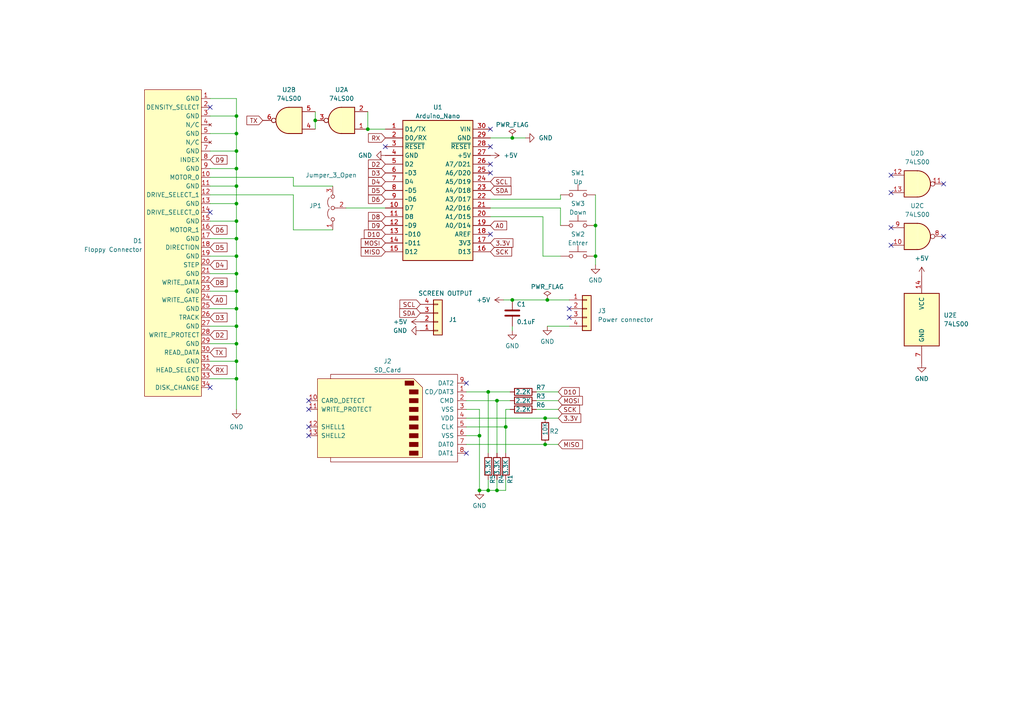
<source format=kicad_sch>
(kicad_sch (version 20230121) (generator eeschema)
  (paper "A4")
  (title_block (title "Delta-S Floppy Emu") (date "2024-08-09") (company "https://t.me/zx_delta_s"))
  (lib_symbols
    (symbol "floppy_symbols:+5V" (power) (pin_names (offset 0))
      (property "Value" "+5V" (at 0 3.556 0))
      (symbol "+5V_0_1"
        (polyline (pts (xy -0.762 1.27) (xy 0 2.54)))
        (polyline (pts (xy 0 0) (xy 0 2.54)))
        (polyline (pts (xy 0 2.54) (xy 0.762 1.27)))
      )
      (symbol "+5V_1_1"
        (pin power_in line (at 0 0 90) (length 0) hide (name "+5V") (number "1"))
      )
    )
    (symbol "floppy_symbols:34_pin_floppy_convertor"
      (property "Reference" "D3" (at 8.255 0.635 0))
      (property "Value" "Floppy Connector" (at -0.635 47.625 0))
      (symbol "34_pin_floppy_convertor_0_0"
        (pin power_in line (at -11.43 43.18 0) (length 2.54) (name "GND") (number "1"))
        (pin output line (at -11.43 20.32 0) (length 2.54) (name "MOTOR_0") (number "10"))
        (pin power_in line (at -11.43 17.78 0) (length 2.54) (name "GND") (number "11"))
        (pin output line (at -11.43 15.24 0) (length 2.54) (name "DRIVE_SELECT_1") (number "12"))
        (pin power_in line (at -11.43 12.7 0) (length 2.54) (name "GND") (number "13"))
        (pin output line (at -11.43 10.16 0) (length 2.54) (name "DRIVE_SELECT_0") (number "14"))
        (pin power_in line (at -11.43 7.62 0) (length 2.54) (name "GND") (number "15"))
        (pin output line (at -11.43 5.08 0) (length 2.54) (name "MOTOR_1") (number "16"))
        (pin power_in line (at -11.43 2.54 0) (length 2.54) (name "GND") (number "17"))
        (pin output line (at -11.43 0 0) (length 2.54) (name "DIRECTION") (number "18"))
        (pin power_in line (at -11.43 -2.54 0) (length 2.54) (name "GND") (number "19"))
        (pin output line (at -11.43 40.64 0) (length 2.54) (name "DENSITY_SELECT") (number "2"))
        (pin output line (at -11.43 -5.08 0) (length 2.54) (name "STEP") (number "20"))
        (pin power_in line (at -11.43 -7.62 0) (length 2.54) (name "GND") (number "21"))
        (pin output line (at -11.43 -10.16 0) (length 2.54) (name "WRITE_DATA") (number "22"))
        (pin power_in line (at -11.43 -12.7 0) (length 2.54) (name "GND") (number "23"))
        (pin output line (at -11.43 -15.24 0) (length 2.54) (name "WRITE_GATE") (number "24"))
        (pin power_in line (at -11.43 -17.78 0) (length 2.54) (name "GND") (number "25"))
        (pin input line (at -11.43 -20.32 0) (length 2.54) (name "TRACK") (number "26"))
        (pin power_in line (at -11.43 -22.86 0) (length 2.54) (name "GND") (number "27"))
        (pin input line (at -11.43 -25.4 0) (length 2.54) (name "WRITE_PROTECT") (number "28"))
        (pin power_in line (at -11.43 -27.94 0) (length 2.54) (name "GND") (number "29"))
        (pin power_in line (at -11.43 38.1 0) (length 2.54) (name "GND") (number "3"))
        (pin input line (at -11.43 -30.48 0) (length 2.54) (name "READ_DATA") (number "30"))
        (pin power_in line (at -11.43 -33.02 0) (length 2.54) (name "GND") (number "31"))
        (pin output line (at -11.43 -35.56 0) (length 2.54) (name "HEAD_SELECT") (number "32"))
        (pin power_in line (at -11.43 -38.1 0) (length 2.54) (name "GND") (number "33"))
        (pin input line (at -11.43 -40.64 0) (length 2.54) (name "DISK_CHANGE") (number "34"))
        (pin no_connect line (at -11.43 35.56 0) (length 2.54) (name "N/C") (number "4"))
        (pin power_in line (at -11.43 33.02 0) (length 2.54) (name "GND") (number "5"))
        (pin no_connect line (at -11.43 30.48 0) (length 2.54) (name "N/C") (number "6"))
        (pin power_in line (at -11.43 27.94 0) (length 2.54) (name "GND") (number "7"))
        (pin input line (at -11.43 25.4 0) (length 2.54) (name "INDEX") (number "8"))
        (pin power_in line (at -11.43 22.86 0) (length 2.54) (name "GND") (number "9"))
      )
      (symbol "34_pin_floppy_convertor_1_1"
        (rectangle (start -8.89 45.72) (end 7.62 -43.18) (fill (type background)))
      )
    )
    (symbol "floppy_symbols:7400" (pin_names (offset 1.016))
      (property "Reference" "U" (at 0 1.27 0))
      (property "Value" "7400" (at 0 -1.27 0))
      (symbol "7400_1_1"
        (arc (start 0 -3.81) (mid 3.7934 0) (end 0 3.81) (stroke (width 0.254)) (fill (type background)))
        (polyline (pts (xy 0 3.81) (xy -3.81 3.81) (xy -3.81 -3.81) (xy 0 -3.81)) (stroke (width 0.254)) (fill (type background)))
        (pin input line (at -7.62 2.54 0) (length 3.81) (name "~") (number "1"))
        (pin input line (at -7.62 -2.54 0) (length 3.81) (name "~") (number "2"))
        (pin output inverted (at 7.62 0 180) (length 3.81) (name "~") (number "3"))
      )
      (symbol "7400_1_2"
        (arc (start -3.81 -3.81) (mid -2.589 0) (end -3.81 3.81) (stroke (width 0.254)))
        (arc (start -0.6096 -3.81) (mid 2.1842 -2.5851) (end 3.81 0) (stroke (width 0.254)) (fill (type background)))
        (polyline (pts (xy -3.81 -3.81) (xy -0.635 -3.81)) (stroke (width 0.254)) (fill (type background)))
        (polyline (pts (xy -3.81 3.81) (xy -0.635 3.81)) (stroke (width 0.254)) (fill (type background)))
        (polyline (pts (xy -0.635 3.81) (xy -3.81 3.81) (xy -3.81 3.81) (xy -3.556 3.4036) (xy -3.0226 2.2606) (xy -2.6924 1.0414) (xy -2.6162 -0.254) (xy -2.7686 -1.4986) (xy -3.175 -2.7178) (xy -3.81 -3.81) (xy -3.81 -3.81) (xy -0.635 -3.81)) (stroke (width -25.4)) (fill (type background)))
        (arc (start 3.81 0) (mid 2.1915 2.5936) (end -0.6096 3.81) (stroke (width 0.254)) (fill (type background)))
        (pin input inverted (at -7.62 2.54 0) (length 4.318) (name "~") (number "1"))
        (pin input inverted (at -7.62 -2.54 0) (length 4.318) (name "~") (number "2"))
        (pin output line (at 7.62 0 180) (length 3.81) (name "~") (number "3"))
      )
      (symbol "7400_2_1"
        (arc (start 0 -3.81) (mid 3.7934 0) (end 0 3.81) (stroke (width 0.254)) (fill (type background)))
        (polyline (pts (xy 0 3.81) (xy -3.81 3.81) (xy -3.81 -3.81) (xy 0 -3.81)) (stroke (width 0.254)) (fill (type background)))
        (pin input line (at -7.62 2.54 0) (length 3.81) (name "~") (number "4"))
        (pin input line (at -7.62 -2.54 0) (length 3.81) (name "~") (number "5"))
        (pin output inverted (at 7.62 0 180) (length 3.81) (name "~") (number "6"))
      )
      (symbol "7400_2_2"
        (arc (start -3.81 -3.81) (mid -2.589 0) (end -3.81 3.81) (stroke (width 0.254)))
        (arc (start -0.6096 -3.81) (mid 2.1842 -2.5851) (end 3.81 0) (stroke (width 0.254)) (fill (type background)))
        (polyline (pts (xy -3.81 -3.81) (xy -0.635 -3.81)) (stroke (width 0.254)) (fill (type background)))
        (polyline (pts (xy -3.81 3.81) (xy -0.635 3.81)) (stroke (width 0.254)) (fill (type background)))
        (polyline (pts (xy -0.635 3.81) (xy -3.81 3.81) (xy -3.81 3.81) (xy -3.556 3.4036) (xy -3.0226 2.2606) (xy -2.6924 1.0414) (xy -2.6162 -0.254) (xy -2.7686 -1.4986) (xy -3.175 -2.7178) (xy -3.81 -3.81) (xy -3.81 -3.81) (xy -0.635 -3.81)) (stroke (width -25.4)) (fill (type background)))
        (arc (start 3.81 0) (mid 2.1915 2.5936) (end -0.6096 3.81) (stroke (width 0.254)) (fill (type background)))
        (pin input inverted (at -7.62 2.54 0) (length 4.318) (name "~") (number "4"))
        (pin input inverted (at -7.62 -2.54 0) (length 4.318) (name "~") (number "5"))
        (pin output line (at 7.62 0 180) (length 3.81) (name "~") (number "6"))
      )
      (symbol "7400_3_1"
        (arc (start 0 -3.81) (mid 3.7934 0) (end 0 3.81) (stroke (width 0.254)) (fill (type background)))
        (polyline (pts (xy 0 3.81) (xy -3.81 3.81) (xy -3.81 -3.81) (xy 0 -3.81)) (stroke (width 0.254)) (fill (type background)))
        (pin input line (at -7.62 -2.54 0) (length 3.81) (name "~") (number "10"))
        (pin output inverted (at 7.62 0 180) (length 3.81) (name "~") (number "8"))
        (pin input line (at -7.62 2.54 0) (length 3.81) (name "~") (number "9"))
      )
      (symbol "7400_3_2"
        (arc (start -3.81 -3.81) (mid -2.589 0) (end -3.81 3.81) (stroke (width 0.254)))
        (arc (start -0.6096 -3.81) (mid 2.1842 -2.5851) (end 3.81 0) (stroke (width 0.254)) (fill (type background)))
        (polyline (pts (xy -3.81 -3.81) (xy -0.635 -3.81)) (stroke (width 0.254)) (fill (type background)))
        (polyline (pts (xy -3.81 3.81) (xy -0.635 3.81)) (stroke (width 0.254)) (fill (type background)))
        (polyline (pts (xy -0.635 3.81) (xy -3.81 3.81) (xy -3.81 3.81) (xy -3.556 3.4036) (xy -3.0226 2.2606) (xy -2.6924 1.0414) (xy -2.6162 -0.254) (xy -2.7686 -1.4986) (xy -3.175 -2.7178) (xy -3.81 -3.81) (xy -3.81 -3.81) (xy -0.635 -3.81)) (stroke (width -25.4)) (fill (type background)))
        (arc (start 3.81 0) (mid 2.1915 2.5936) (end -0.6096 3.81) (stroke (width 0.254)) (fill (type background)))
        (pin input inverted (at -7.62 -2.54 0) (length 4.318) (name "~") (number "10"))
        (pin output line (at 7.62 0 180) (length 3.81) (name "~") (number "8"))
        (pin input inverted (at -7.62 2.54 0) (length 4.318) (name "~") (number "9"))
      )
      (symbol "7400_4_1"
        (arc (start 0 -3.81) (mid 3.7934 0) (end 0 3.81) (stroke (width 0.254)) (fill (type background)))
        (polyline (pts (xy 0 3.81) (xy -3.81 3.81) (xy -3.81 -3.81) (xy 0 -3.81)) (stroke (width 0.254)) (fill (type background)))
        (pin output inverted (at 7.62 0 180) (length 3.81) (name "~") (number "11"))
        (pin input line (at -7.62 2.54 0) (length 3.81) (name "~") (number "12"))
        (pin input line (at -7.62 -2.54 0) (length 3.81) (name "~") (number "13"))
      )
      (symbol "7400_4_2"
        (arc (start -3.81 -3.81) (mid -2.589 0) (end -3.81 3.81) (stroke (width 0.254)))
        (arc (start -0.6096 -3.81) (mid 2.1842 -2.5851) (end 3.81 0) (stroke (width 0.254)) (fill (type background)))
        (polyline (pts (xy -3.81 -3.81) (xy -0.635 -3.81)) (stroke (width 0.254)) (fill (type background)))
        (polyline (pts (xy -3.81 3.81) (xy -0.635 3.81)) (stroke (width 0.254)) (fill (type background)))
        (polyline (pts (xy -0.635 3.81) (xy -3.81 3.81) (xy -3.81 3.81) (xy -3.556 3.4036) (xy -3.0226 2.2606) (xy -2.6924 1.0414) (xy -2.6162 -0.254) (xy -2.7686 -1.4986) (xy -3.175 -2.7178) (xy -3.81 -3.81) (xy -3.81 -3.81) (xy -0.635 -3.81)) (stroke (width -25.4)) (fill (type background)))
        (arc (start 3.81 0) (mid 2.1915 2.5936) (end -0.6096 3.81) (stroke (width 0.254)) (fill (type background)))
        (pin output line (at 7.62 0 180) (length 3.81) (name "~") (number "11"))
        (pin input inverted (at -7.62 2.54 0) (length 4.318) (name "~") (number "12"))
        (pin input inverted (at -7.62 -2.54 0) (length 4.318) (name "~") (number "13"))
      )
      (symbol "7400_5_0"
        (pin power_in line (at 0 12.7 270) (length 5.08) (name "VCC") (number "14"))
        (pin power_in line (at 0 -12.7 90) (length 5.08) (name "GND") (number "7"))
      )
      (symbol "7400_5_1"
        (rectangle (start -5.08 7.62) (end 5.08 -7.62) (stroke (width 0.254)) (fill (type background)))
      )
    )
    (symbol "floppy_symbols:Arduino_Nano"
      (property "Reference" "U1" (at 0 25.4 0))
      (property "Value" "Arduino_Nano" (at 0 22.86 0))
      (symbol "Arduino_Nano_0_1"
        (rectangle (start -10.16 20.32) (end 10.16 -20.32) (stroke (width 0.254)) (fill (type background)))
      )
      (symbol "Arduino_Nano_1_1"
        (pin bidirectional line (at -15.24 17.78 0) (length 5.08) (name "D1/TX") (number "1"))
        (pin bidirectional line (at -15.24 -5.08 0) (length 5.08) (name "D7") (number "10"))
        (pin bidirectional line (at -15.24 -7.62 0) (length 5.08) (name "D8") (number "11"))
        (pin bidirectional line (at -15.24 -10.16 0) (length 5.08) (name "~D9") (number "12"))
        (pin bidirectional line (at -15.24 -12.7 0) (length 5.08) (name "~D10") (number "13"))
        (pin bidirectional line (at -15.24 -15.24 0) (length 5.08) (name "~D11") (number "14"))
        (pin bidirectional line (at -15.24 -17.78 0) (length 5.08) (name "D12") (number "15"))
        (pin bidirectional line (at 15.24 -17.78 180) (length 5.08) (name "D13") (number "16"))
        (pin power_out line (at 15.24 -15.24 180) (length 5.08) (name "3V3") (number "17"))
        (pin input line (at 15.24 -12.7 180) (length 5.08) (name "AREF") (number "18"))
        (pin bidirectional line (at 15.24 -10.16 180) (length 5.08) (name "A0/D14") (number "19"))
        (pin bidirectional line (at -15.24 15.24 0) (length 5.08) (name "D0/RX") (number "2"))
        (pin bidirectional line (at 15.24 -7.62 180) (length 5.08) (name "A1/D15") (number "20"))
        (pin bidirectional line (at 15.24 -5.08 180) (length 5.08) (name "A2/D16") (number "21"))
        (pin bidirectional line (at 15.24 -2.54 180) (length 5.08) (name "A3/D17") (number "22"))
        (pin bidirectional line (at 15.24 0 180) (length 5.08) (name "A4/D18") (number "23"))
        (pin bidirectional line (at 15.24 2.54 180) (length 5.08) (name "A5/D19") (number "24"))
        (pin bidirectional line (at 15.24 5.08 180) (length 5.08) (name "A6/D20") (number "25"))
        (pin bidirectional line (at 15.24 7.62 180) (length 5.08) (name "A7/D21") (number "26"))
        (pin power_in line (at 15.24 10.16 180) (length 5.08) (name "+5V") (number "27"))
        (pin input line (at 15.24 12.7 180) (length 5.08) (name "~{RESET}") (number "28"))
        (pin power_in line (at 15.24 15.24 180) (length 5.08) (name "GND") (number "29"))
        (pin input line (at -15.24 12.7 0) (length 5.08) (name "~{RESET}") (number "3"))
        (pin power_in line (at 15.24 17.78 180) (length 5.08) (name "VIN") (number "30"))
        (pin power_in line (at -15.24 10.16 0) (length 5.08) (name "GND") (number "4"))
        (pin bidirectional line (at -15.24 7.62 0) (length 5.08) (name "D2") (number "5"))
        (pin bidirectional line (at -15.24 5.08 0) (length 5.08) (name "~D3") (number "6"))
        (pin bidirectional line (at -15.24 2.54 0) (length 5.08) (name "D4") (number "7"))
        (pin bidirectional line (at -15.24 0 0) (length 5.08) (name "~D5") (number "8"))
        (pin bidirectional line (at -15.24 -2.54 0) (length 5.08) (name "~D6") (number "9"))
      )
    )
    (symbol "floppy_symbols:C" (pin_numbers hide) (pin_names (offset 0.254))
      (property "Reference" "C" (at 0.635 2.54 0))
      (property "Value" "C" (at 0.635 -2.54 0))
      (symbol "C_0_1"
        (polyline (pts (xy -2.032 -0.762) (xy 2.032 -0.762)) (stroke (width 0.508)))
        (polyline (pts (xy -2.032 0.762) (xy 2.032 0.762)) (stroke (width 0.508)))
      )
      (symbol "C_1_1"
        (pin passive line (at 0 3.81 270) (length 2.794) (name "~") (number "1"))
        (pin passive line (at 0 -3.81 90) (length 2.794) (name "~") (number "2"))
      )
    )
    (symbol "floppy_symbols:Conn_01x04" (pin_names (offset 1.016) hide)
      (property "Reference" "J10" (at 2.032 -0.2032 0))
      (property "Value" "SCREEN" (at 2.032 -2.5146 0))
      (symbol "Conn_01x04_1_1"
        (rectangle (start -1.27 -4.953) (end 0 -5.207) (stroke (width 0.1524)))
        (rectangle (start -1.27 -2.413) (end 0 -2.667) (stroke (width 0.1524)))
        (rectangle (start -1.27 0.127) (end 0 -0.127) (stroke (width 0.1524)))
        (rectangle (start -1.27 2.667) (end 0 2.413) (stroke (width 0.1524)))
        (rectangle (start -1.27 3.81) (end 1.27 -6.35) (stroke (width 0.254)) (fill (type background)))
        (pin passive line (at -5.08 2.54 0) (length 3.81) (name "Pin_1") (number "1"))
        (pin passive line (at -5.08 0 0) (length 3.81) (name "Pin_2") (number "2"))
        (pin passive line (at -5.08 -2.54 0) (length 3.81) (name "Pin_3") (number "3"))
        (pin passive line (at -5.08 -5.08 0) (length 3.81) (name "Pin_4") (number "4"))
      )
    )
    (symbol "floppy_symbols:GND" (power) (pin_names (offset 0))
      (property "Value" "GND" (at 0 -3.81 0))
      (symbol "GND_0_1"
        (polyline (pts (xy 0 0) (xy 0 -1.27) (xy 1.27 -1.27) (xy 0 -2.54) (xy -1.27 -1.27) (xy 0 -1.27)))
      )
      (symbol "GND_1_1"
        (pin power_in line (at 0 0 270) (length 0) hide (name "GND") (number "1"))
      )
    )
    (symbol "floppy_symbols:Jumper_3_Open" (pin_names (offset 0) hide)
      (property "Reference" "JP" (at -2.54 -2.54 0))
      (property "Value" "Jumper_3_Open" (at 0 2.794 0))
      (symbol "Jumper_3_Open_0_0"
        (circle (center -3.302 0) (radius 0.508))
        (circle (center 0 0) (radius 0.508))
        (circle (center 3.302 0) (radius 0.508))
      )
      (symbol "Jumper_3_Open_0_1"
        (arc (start -0.254 1.016) (mid -1.651 1.4992) (end -3.048 1.016))
        (polyline (pts (xy 0 -0.508) (xy 0 -1.27)))
        (arc (start 3.048 1.016) (mid 1.651 1.4992) (end 0.254 1.016))
      )
      (symbol "Jumper_3_Open_1_1"
        (pin passive line (at -6.35 0 0) (length 2.54) (name "A") (number "1"))
        (pin passive line (at 0 -3.81 90) (length 2.54) (name "C") (number "2"))
        (pin passive line (at 6.35 0 180) (length 2.54) (name "B") (number "3"))
      )
    )
    (symbol "floppy_symbols:PWR_FLAG" (power) (pin_numbers hide) (pin_names (offset 0) hide)
      (property "Value" "PWR_FLAG" (at 0 3.81 0))
      (symbol "PWR_FLAG_0_0"
        (pin power_out line (at 0 0 90) (length 0) (name "pwr") (number "1"))
      )
      (symbol "PWR_FLAG_0_1"
        (polyline (pts (xy 0 0) (xy 0 1.27) (xy -1.016 1.905) (xy 0 2.54) (xy 1.016 1.905) (xy 0 1.27)))
      )
    )
    (symbol "floppy_symbols:R" (pin_numbers hide) (pin_names (offset 0))
      (property "Reference" "R" (at 2.032 0 90))
      (property "Value" "R" (at 0 0 90))
      (symbol "R_0_1"
        (rectangle (start -1.016 -2.54) (end 1.016 2.54) (stroke (width 0.254)))
      )
      (symbol "R_1_1"
        (pin passive line (at 0 3.81 270) (length 1.27) (name "~") (number "1"))
        (pin passive line (at 0 -3.81 90) (length 1.27) (name "~") (number "2"))
      )
    )
    (symbol "floppy_symbols:SD_Card" (pin_names (offset 1.016))
      (property "Reference" "J" (at -16.51 13.97 0))
      (property "Value" "SD_Card" (at 15.24 -13.97 0))
      (symbol "SD_Card_0_1"
        (rectangle (start -8.89 -9.525) (end -6.35 -10.795) (fill (type outline)))
        (rectangle (start -8.89 -6.985) (end -6.35 -8.255) (fill (type outline)))
        (rectangle (start -8.89 -4.445) (end -6.35 -5.715) (fill (type outline)))
        (rectangle (start -8.89 -1.905) (end -6.35 -3.175) (fill (type outline)))
        (rectangle (start -8.89 0.635) (end -6.35 -0.635) (fill (type outline)))
        (rectangle (start -8.89 3.175) (end -6.35 1.905) (fill (type outline)))
        (rectangle (start -8.89 5.715) (end -6.35 4.445) (fill (type outline)))
        (rectangle (start -8.89 8.255) (end -6.35 6.985) (fill (type outline)))
        (rectangle (start -7.62 10.795) (end -5.08 9.525) (fill (type outline)))
        (polyline (pts (xy -10.16 8.89) (xy -7.62 11.43) (xy 20.32 11.43) (xy 20.32 -11.43) (xy -10.16 -11.43) (xy -10.16 8.89)) (fill (type background)))
        (polyline (pts (xy 16.51 11.43) (xy 16.51 12.7) (xy -20.32 12.7) (xy -20.32 -12.7) (xy 16.51 -12.7) (xy 16.51 -11.43)))
      )
      (symbol "SD_Card_1_1"
        (pin input line (at -22.86 7.62 0) (length 2.54) (name "CD/DAT3") (number "1"))
        (pin input line (at 22.86 5.08 180) (length 2.54) (name "CARD_DETECT") (number "10"))
        (pin input line (at 22.86 2.54 180) (length 2.54) (name "WRITE_PROTECT") (number "11"))
        (pin input line (at 22.86 -2.54 180) (length 2.54) (name "SHELL1") (number "12"))
        (pin input line (at 22.86 -5.08 180) (length 2.54) (name "SHELL2") (number "13"))
        (pin input line (at -22.86 5.08 0) (length 2.54) (name "CMD") (number "2"))
        (pin power_in line (at -22.86 2.54 0) (length 2.54) (name "VSS") (number "3"))
        (pin power_in line (at -22.86 0 0) (length 2.54) (name "VDD") (number "4"))
        (pin input line (at -22.86 -2.54 0) (length 2.54) (name "CLK") (number "5"))
        (pin power_in line (at -22.86 -5.08 0) (length 2.54) (name "VSS") (number "6"))
        (pin input line (at -22.86 -7.62 0) (length 2.54) (name "DAT0") (number "7"))
        (pin input line (at -22.86 -10.16 0) (length 2.54) (name "DAT1") (number "8"))
        (pin input line (at -22.86 10.16 0) (length 2.54) (name "DAT2") (number "9"))
      )
    )
    (symbol "floppy_symbols:SW_Push" (pin_numbers hide) (pin_names (offset 1.016) hide)
      (property "Reference" "SW" (at 1.27 2.54 0))
      (property "Value" "SW_Push" (at 0 -1.524 0))
      (symbol "SW_Push_0_1"
        (circle (center -2.032 0) (radius 0.508))
        (polyline (pts (xy 0 1.27) (xy 0 3.048)))
        (polyline (pts (xy 2.54 1.27) (xy -2.54 1.27)))
        (circle (center 2.032 0) (radius 0.508))
        (pin passive line (at -5.08 0 0) (length 2.54) (name "1") (number "1"))
        (pin passive line (at 5.08 0 180) (length 2.54) (name "2") (number "2"))
      )
    )
  )
  (junction (at 68.58 43.815))
  (junction (at 141.605 113.665))
  (junction (at 68.58 33.655))
  (junction (at 172.72 74.295))
  (junction (at 68.58 64.135))
  (junction (at 148.59 40.005))
  (junction (at 144.145 116.205))
  (junction (at 158.75 86.995))
  (junction (at 139.065 126.365))
  (junction (at 148.59 86.995))
  (junction (at 68.58 99.695))
  (junction (at 68.58 109.855))
  (junction (at 68.58 74.295))
  (junction (at 68.58 79.375))
  (junction (at 68.58 69.215))
  (junction (at 106.68 37.465))
  (junction (at 158.115 121.285))
  (junction (at 141.605 142.24))
  (junction (at 139.065 142.24))
  (junction (at 68.58 59.055))
  (junction (at 68.58 84.455))
  (junction (at 68.58 38.735))
  (junction (at 68.58 104.775))
  (junction (at 91.44 34.925))
  (junction (at 68.58 94.615))
  (junction (at 144.145 142.24))
  (junction (at 158.115 128.905))
  (junction (at 146.685 123.825))
  (junction (at 68.58 89.535))
  (junction (at 172.72 65.405))
  (junction (at 68.58 53.975))
  (junction (at 68.58 48.895))
  (no_connect (at 273.685 68.58))
  (no_connect (at 89.535 123.825))
  (no_connect (at 135.255 111.125))
  (no_connect (at 165.1 92.075))
  (no_connect (at 89.535 118.745))
  (no_connect (at 258.445 71.12))
  (no_connect (at 258.445 66.04))
  (no_connect (at 258.445 50.8))
  (no_connect (at 89.535 126.365))
  (no_connect (at 165.1 89.535))
  (no_connect (at 60.96 31.115))
  (no_connect (at 258.445 55.88))
  (no_connect (at 135.255 131.445))
  (no_connect (at 142.24 67.945))
  (no_connect (at 60.96 112.395))
  (no_connect (at 273.685 53.34))
  (no_connect (at 142.24 42.545))
  (no_connect (at 89.535 116.205))
  (no_connect (at 111.76 42.545))
  (no_connect (at 60.96 61.595))
  (no_connect (at 142.24 37.465))
  (no_connect (at 142.24 50.165))
  (no_connect (at 142.24 47.625))
  (wire (pts (xy 106.68 37.465) (xy 111.76 37.465)))
  (wire (pts (xy 135.255 118.745) (xy 139.065 118.745)))
  (wire (pts (xy 68.58 64.135) (xy 68.58 69.215)))
  (wire (pts (xy 146.685 142.24) (xy 146.685 139.065)))
  (wire (pts (xy 68.58 99.695) (xy 68.58 104.775)))
  (wire (pts (xy 60.96 53.975) (xy 68.58 53.975)))
  (wire (pts (xy 144.145 142.24) (xy 144.145 139.065)))
  (wire (pts (xy 68.58 79.375) (xy 68.58 84.455)))
  (wire (pts (xy 100.33 60.325) (xy 111.76 60.325)))
  (wire (pts (xy 60.96 94.615) (xy 68.58 94.615)))
  (wire (pts (xy 68.58 104.775) (xy 68.58 109.855)))
  (wire (pts (xy 91.44 32.385) (xy 91.44 34.925)))
  (wire (pts (xy 68.58 94.615) (xy 68.58 99.695)))
  (wire (pts (xy 60.96 109.855) (xy 68.58 109.855)))
  (wire (pts (xy 139.065 126.365) (xy 139.065 142.24)))
  (wire (pts (xy 172.72 65.405) (xy 172.72 74.295)))
  (wire (pts (xy 157.48 74.295) (xy 162.56 74.295)))
  (wire (pts (xy 157.48 62.865) (xy 157.48 74.295)))
  (wire (pts (xy 141.605 142.24) (xy 141.605 139.065)))
  (wire (pts (xy 148.59 86.995) (xy 158.75 86.995)))
  (wire (pts (xy 144.145 116.205) (xy 144.145 131.445)))
  (wire (pts (xy 68.58 69.215) (xy 68.58 74.295)))
  (wire (pts (xy 135.255 121.285) (xy 158.115 121.285)))
  (wire (pts (xy 60.96 38.735) (xy 68.58 38.735)))
  (wire (pts (xy 60.96 48.895) (xy 68.58 48.895)))
  (wire (pts (xy 60.96 64.135) (xy 68.58 64.135)))
  (wire (pts (xy 106.68 32.385) (xy 106.68 37.465)))
  (wire (pts (xy 141.605 142.24) (xy 144.145 142.24)))
  (wire (pts (xy 60.96 43.815) (xy 68.58 43.815)))
  (wire (pts (xy 85.09 53.975) (xy 85.09 51.435)))
  (wire (pts (xy 172.72 74.295) (xy 172.72 76.835)))
  (wire (pts (xy 68.58 59.055) (xy 68.58 64.135)))
  (wire (pts (xy 148.59 40.005) (xy 142.24 40.005)))
  (wire (pts (xy 142.24 62.865) (xy 157.48 62.865)))
  (wire (pts (xy 85.09 66.675) (xy 96.52 66.675)))
  (wire (pts (xy 85.09 51.435) (xy 60.96 51.435)))
  (wire (pts (xy 142.24 60.325) (xy 162.56 60.325)))
  (wire (pts (xy 68.58 53.975) (xy 68.58 59.055)))
  (wire (pts (xy 158.75 94.615) (xy 165.1 94.615)))
  (wire (pts (xy 68.58 33.655) (xy 68.58 38.735)))
  (wire (pts (xy 91.44 34.925) (xy 91.44 37.465)))
  (wire (pts (xy 135.255 116.205) (xy 144.145 116.205)))
  (wire (pts (xy 68.58 74.295) (xy 68.58 79.375)))
  (wire (pts (xy 161.925 116.205) (xy 155.575 116.205)))
  (wire (pts (xy 158.115 128.905) (xy 161.925 128.905)))
  (wire (pts (xy 139.065 142.24) (xy 141.605 142.24)))
  (wire (pts (xy 172.72 56.515) (xy 172.72 65.405)))
  (wire (pts (xy 135.255 128.905) (xy 158.115 128.905)))
  (wire (pts (xy 158.75 86.995) (xy 165.1 86.995)))
  (wire (pts (xy 60.96 33.655) (xy 68.58 33.655)))
  (wire (pts (xy 146.05 86.995) (xy 148.59 86.995)))
  (wire (pts (xy 147.955 118.745) (xy 146.685 118.745)))
  (wire (pts (xy 146.685 118.745) (xy 146.685 123.825)))
  (wire (pts (xy 85.09 56.515) (xy 85.09 66.675)))
  (wire (pts (xy 60.96 99.695) (xy 68.58 99.695)))
  (wire (pts (xy 141.605 113.665) (xy 147.955 113.665)))
  (wire (pts (xy 142.24 57.785) (xy 162.56 57.785)))
  (wire (pts (xy 68.58 89.535) (xy 68.58 94.615)))
  (wire (pts (xy 135.255 126.365) (xy 139.065 126.365)))
  (wire (pts (xy 60.96 59.055) (xy 68.58 59.055)))
  (wire (pts (xy 60.96 89.535) (xy 68.58 89.535)))
  (wire (pts (xy 60.96 104.775) (xy 68.58 104.775)))
  (wire (pts (xy 60.96 84.455) (xy 68.58 84.455)))
  (wire (pts (xy 135.255 113.665) (xy 141.605 113.665)))
  (wire (pts (xy 68.58 109.855) (xy 68.58 118.745)))
  (wire (pts (xy 60.96 79.375) (xy 68.58 79.375)))
  (wire (pts (xy 161.925 118.745) (xy 155.575 118.745)))
  (wire (pts (xy 158.115 121.285) (xy 161.925 121.285)))
  (wire (pts (xy 146.685 123.825) (xy 146.685 131.445)))
  (wire (pts (xy 162.56 60.325) (xy 162.56 65.405)))
  (wire (pts (xy 152.4 40.005) (xy 148.59 40.005)))
  (wire (pts (xy 96.52 53.975) (xy 85.09 53.975)))
  (wire (pts (xy 60.96 69.215) (xy 68.58 69.215)))
  (wire (pts (xy 68.58 38.735) (xy 68.58 43.815)))
  (wire (pts (xy 144.145 116.205) (xy 147.955 116.205)))
  (wire (pts (xy 135.255 123.825) (xy 146.685 123.825)))
  (wire (pts (xy 68.58 43.815) (xy 68.58 48.895)))
  (wire (pts (xy 68.58 28.575) (xy 68.58 33.655)))
  (wire (pts (xy 68.58 84.455) (xy 68.58 89.535)))
  (wire (pts (xy 139.065 118.745) (xy 139.065 126.365)))
  (wire (pts (xy 60.96 28.575) (xy 68.58 28.575)))
  (wire (pts (xy 60.96 74.295) (xy 68.58 74.295)))
  (wire (pts (xy 60.96 56.515) (xy 85.09 56.515)))
  (wire (pts (xy 141.605 113.665) (xy 141.605 131.445)))
  (wire (pts (xy 162.56 57.785) (xy 162.56 56.515)))
  (wire (pts (xy 148.59 94.615) (xy 148.59 95.885)))
  (wire (pts (xy 144.145 142.24) (xy 146.685 142.24)))
  (wire (pts (xy 68.58 48.895) (xy 68.58 53.975)))
  (wire (pts (xy 161.925 113.665) (xy 155.575 113.665)))
  (global_label "D4" (shape input) (at 60.96 76.835 0) (property "Intersheetrefs" "${INTERSHEET_REFS}" (effects hide)))
  (global_label "A0" (shape input) (at 142.24 65.405 0) (property "Intersheetrefs" "${INTERSHEET_REFS}" (effects hide)))
  (global_label "RX" (shape input) (at 111.76 40.005 180) (property "Intersheetrefs" "${INTERSHEET_REFS}" (effects hide)))
  (global_label "MOSI" (shape input) (at 111.76 70.485 180) (property "Intersheetrefs" "${INTERSHEET_REFS}" (effects hide)))
  (global_label "D10" (shape input) (at 161.925 113.665 0) (property "Intersheetrefs" "${INTERSHEET_REFS}" (effects hide)))
  (global_label "D9" (shape input) (at 111.76 65.405 180) (property "Intersheetrefs" "${INTERSHEET_REFS}" (effects hide)))
  (global_label "D8" (shape input) (at 111.76 62.865 180) (property "Intersheetrefs" "${INTERSHEET_REFS}" (effects hide)))
  (global_label "D3" (shape input) (at 111.76 50.165 180) (property "Intersheetrefs" "${INTERSHEET_REFS}" (effects hide)))
  (global_label "TX" (shape input) (at 76.2 34.925 180) (property "Intersheetrefs" "${INTERSHEET_REFS}" (effects hide)))
  (global_label "D10" (shape input) (at 111.76 67.945 180) (property "Intersheetrefs" "${INTERSHEET_REFS}" (effects hide)))
  (global_label "D3" (shape input) (at 60.96 92.075 0) (property "Intersheetrefs" "${INTERSHEET_REFS}" (effects hide)))
  (global_label "RX" (shape input) (at 60.96 107.315 0) (property "Intersheetrefs" "${INTERSHEET_REFS}" (effects hide)))
  (global_label "SCL" (shape input) (at 142.24 52.705 0) (property "Intersheetrefs" "${INTERSHEET_REFS}" (effects hide)))
  (global_label "D4" (shape input) (at 111.76 52.705 180) (property "Intersheetrefs" "${INTERSHEET_REFS}" (effects hide)))
  (global_label "D5" (shape input) (at 60.96 71.755 0) (property "Intersheetrefs" "${INTERSHEET_REFS}" (effects hide)))
  (global_label "3.3V" (shape input) (at 161.925 121.285 0) (property "Intersheetrefs" "${INTERSHEET_REFS}" (effects hide)))
  (global_label "3.3V" (shape input) (at 142.24 70.485 0) (property "Intersheetrefs" "${INTERSHEET_REFS}" (effects hide)))
  (global_label "D9" (shape input) (at 60.96 46.355 0) (property "Intersheetrefs" "${INTERSHEET_REFS}" (effects hide)))
  (global_label "SDA" (shape input) (at 121.92 90.805 180) (property "Intersheetrefs" "${INTERSHEET_REFS}" (effects hide)))
  (global_label "D2" (shape input) (at 60.96 97.155 0) (property "Intersheetrefs" "${INTERSHEET_REFS}" (effects hide)))
  (global_label "SCK" (shape input) (at 142.24 73.025 0) (property "Intersheetrefs" "${INTERSHEET_REFS}" (effects hide)))
  (global_label "TX" (shape input) (at 60.96 102.235 0) (property "Intersheetrefs" "${INTERSHEET_REFS}" (effects hide)))
  (global_label "D8" (shape input) (at 60.96 81.915 0) (property "Intersheetrefs" "${INTERSHEET_REFS}" (effects hide)))
  (global_label "D6" (shape input) (at 60.96 66.675 0) (property "Intersheetrefs" "${INTERSHEET_REFS}" (effects hide)))
  (global_label "D5" (shape input) (at 111.76 55.245 180) (property "Intersheetrefs" "${INTERSHEET_REFS}" (effects hide)))
  (global_label "SCK" (shape input) (at 161.925 118.745 0) (property "Intersheetrefs" "${INTERSHEET_REFS}" (effects hide)))
  (global_label "MISO" (shape input) (at 111.76 73.025 180) (property "Intersheetrefs" "${INTERSHEET_REFS}" (effects hide)))
  (global_label "D6" (shape input) (at 111.76 57.785 180) (property "Intersheetrefs" "${INTERSHEET_REFS}" (effects hide)))
  (global_label "SDA" (shape input) (at 142.24 55.245 0) (property "Intersheetrefs" "${INTERSHEET_REFS}" (effects hide)))
  (global_label "A0" (shape input) (at 60.96 86.995 0) (property "Intersheetrefs" "${INTERSHEET_REFS}" (effects hide)))
  (global_label "MOSI" (shape input) (at 161.925 116.205 0) (property "Intersheetrefs" "${INTERSHEET_REFS}" (effects hide)))
  (global_label "MISO" (shape input) (at 161.925 128.905 0) (property "Intersheetrefs" "${INTERSHEET_REFS}" (effects hide)))
  (global_label "D2" (shape input) (at 111.76 47.625 180) (property "Intersheetrefs" "${INTERSHEET_REFS}" (effects hide)))
  (global_label "SCL" (shape input) (at 121.92 88.265 180) (property "Intersheetrefs" "${INTERSHEET_REFS}" (effects hide)))
  (symbol (lib_id "floppy_symbols:R") (at 158.115 125.095 0) (unit 1)
    (property "Reference" "R2" (at 159.385 125.095 0) (effects (justify left)))
    (property "Value" "10K" (at 158.115 126.365 90) (effects (justify left)))
    (property "Footprint" "Floppy_ftprnt_lib:R_Axial_DIN0207_L6.3mm_D2.5mm_P10.16mm_Horizontal" (effects hide))
  )
  (symbol (lib_id "floppy_symbols:GND") (at 267.335 105.41 0) (unit 1)
    (property "Reference" "#PWR01" (effects hide))
    (property "Value" "GND" (at 267.335 109.855 0))
  )
  (symbol (lib_id "floppy_symbols:7400") (at 266.065 68.58 0) (unit 3)
    (property "Reference" "U2" (at 266.0567 59.69 0))
    (property "Value" "74LS00" (at 266.0567 62.23 0))
    (property "Footprint" "Floppy_ftprnt_lib:DIP-14_W7.62mm_Socket_LongPads" (effects hide))
    (property "Datasheet" "http://www.ti.com/lit/gpn/sn7400" (effects hide))
  )
  (symbol (lib_id "floppy_symbols:R") (at 146.685 135.255 0) (unit 1)
    (property "Reference" "R1" (at 147.955 140.335 90) (effects (justify left)))
    (property "Value" "3.3K" (at 146.685 137.795 90) (effects (justify left)))
    (property "Footprint" "Floppy_ftprnt_lib:R_Axial_DIN0207_L6.3mm_D2.5mm_P10.16mm_Horizontal" (effects hide))
  )
  (symbol (lib_id "floppy_symbols:R") (at 151.765 118.745 90) (unit 1)
    (property "Reference" "R6" (at 156.845 117.475 90))
    (property "Value" "2.2K" (at 151.765 118.745 90))
    (property "Footprint" "Floppy_ftprnt_lib:R_Axial_DIN0207_L6.3mm_D2.5mm_P10.16mm_Horizontal" (effects hide))
  )
  (symbol (lib_id "floppy_symbols:7400") (at 266.065 53.34 0) (unit 4)
    (property "Reference" "U2" (at 266.0567 44.45 0))
    (property "Value" "74LS00" (at 266.0567 46.99 0))
    (property "Footprint" "Floppy_ftprnt_lib:DIP-14_W7.62mm_Socket_LongPads" (effects hide))
    (property "Datasheet" "http://www.ti.com/lit/gpn/sn7400" (effects hide))
  )
  (symbol (lib_id "floppy_symbols:Conn_01x04") (at 170.18 89.535 0) (unit 1)
    (property "Reference" "J3" (at 173.355 90.17 0) (effects (justify left)))
    (property "Value" "Power connector" (at 173.355 92.71 0) (effects (justify left)))
    (property "Footprint" "Floppy_ftprnt_lib:USB-C Power board" (effects hide))
  )
  (symbol (lib_id "floppy_symbols:R") (at 151.765 113.665 90) (unit 1)
    (property "Reference" "R7" (at 156.845 112.395 90))
    (property "Value" "2.2K" (at 151.765 113.665 90))
    (property "Footprint" "Floppy_ftprnt_lib:R_Axial_DIN0207_L6.3mm_D2.5mm_P10.16mm_Horizontal" (effects hide))
  )
  (symbol (lib_id "floppy_symbols:+5V") (at 146.05 86.995 90) (unit 1)
    (property "Reference" "#PWR02" (effects hide))
    (property "Value" "+5V" (at 142.24 86.995 90) (effects (justify left)))
  )
  (symbol (lib_id "floppy_symbols:R") (at 141.605 135.255 0) (unit 1)
    (property "Reference" "R5" (at 142.875 140.335 90) (effects (justify left)))
    (property "Value" "3.3K" (at 141.605 137.795 90) (effects (justify left)))
    (property "Footprint" "Floppy_ftprnt_lib:R_Axial_DIN0207_L6.3mm_D2.5mm_P10.16mm_Horizontal" (effects hide))
  )
  (symbol (lib_id "floppy_symbols:Arduino_Nano") (at 127 55.245 0) (unit 1)
    (property "Reference" "U1" (at 127 31.115 0))
    (property "Value" "Arduino_Nano" (at 127 33.655 0))
    (property "Footprint" "Floppy_ftprnt_lib:Arduino_Nano" (effects hide))
    (property "Datasheet" "https://store.arduino.cc/usa/arduino-nano" (effects hide))
    (property "Название" "Программируемый контроллер на базе ATmega328P Arduino Nano " (effects hide))
  )
  (symbol (lib_id "floppy_symbols:GND") (at 158.75 94.615 0) (unit 1)
    (property "Reference" "#PWR03" (effects hide))
    (property "Value" "GND" (at 158.75 99.06 0))
  )
  (symbol (lib_id "floppy_symbols:7400") (at 83.82 34.925 180) (unit 2)
    (property "Reference" "U2" (at 83.8283 26.035 0))
    (property "Value" "74LS00" (at 83.8283 28.575 0))
    (property "Footprint" "Floppy_ftprnt_lib:DIP-14_W7.62mm_Socket_LongPads" (effects hide))
    (property "Datasheet" "http://www.ti.com/lit/gpn/sn7400" (effects hide))
  )
  (symbol (lib_id "floppy_symbols:PWR_FLAG") (at 158.75 86.995 0) (unit 1)
    (property "Reference" "#FLG01" (effects hide))
    (property "Value" "PWR_FLAG" (at 158.75 83.185 0))
  )
  (symbol (lib_id "floppy_symbols:+5V") (at 267.335 80.01 0) (unit 1)
    (property "Reference" "#PWR06" (effects hide))
    (property "Value" "+5V" (at 267.335 74.93 0))
  )
  (symbol (lib_id "floppy_symbols:SW_Push") (at 167.64 65.405 0) (unit 1)
    (property "Reference" "SW3" (at 167.64 59.055 0))
    (property "Value" "Down" (at 167.64 61.595 0))
    (property "Footprint" "Floppy_ftprnt_lib:SW_PUSH_6mm" (effects hide))
  )
  (symbol (lib_id "floppy_symbols:R") (at 144.145 135.255 0) (unit 1)
    (property "Reference" "R4" (at 145.415 140.335 90) (effects (justify left)))
    (property "Value" "3.3K" (at 144.145 137.795 90) (effects (justify left)))
    (property "Footprint" "Floppy_ftprnt_lib:R_Axial_DIN0207_L6.3mm_D2.5mm_P10.16mm_Horizontal" (effects hide))
  )
  (symbol (lib_id "floppy_symbols:+5V") (at 142.24 45.085 270) (unit 1)
    (property "Reference" "#PWR04" (effects hide))
    (property "Value" "+5V" (at 146.05 45.085 90) (effects (justify left)))
  )
  (symbol (lib_id "floppy_symbols:34_pin_floppy_convertor") (at 49.53 71.755 0) (mirror y) (unit 1)
    (property "Reference" "D1" (at 41.275 69.85 0) (effects (justify left)))
    (property "Value" "Floppy Connector" (at 41.275 72.39 0) (effects (justify left)))
    (property "Footprint" "Floppy_ftprnt_lib:IDC-Header_2x17_P2.54mm_Vertical" (effects hide))
  )
  (symbol (lib_id "floppy_symbols:GND") (at 148.59 95.885 0) (unit 1)
    (property "Reference" "#PWR08" (effects hide))
    (property "Value" "GND" (at 148.59 100.33 0))
  )
  (symbol (lib_id "floppy_symbols:7400") (at 267.335 92.71 0) (unit 5)
    (property "Reference" "U2" (at 273.685 91.44 0) (effects (justify left)))
    (property "Value" "74LS00" (at 273.685 93.98 0) (effects (justify left)))
    (property "Footprint" "Floppy_ftprnt_lib:DIP-14_W7.62mm_Socket_LongPads" (effects hide))
    (property "Datasheet" "http://www.ti.com/lit/gpn/sn7400" (effects hide))
  )
  (symbol (lib_id "floppy_symbols:GND") (at 139.065 142.24 0) (unit 1)
    (property "Reference" "#PWR013" (effects hide))
    (property "Value" "GND" (at 139.065 146.685 0))
  )
  (symbol (lib_id "floppy_symbols:SD_Card") (at 112.395 121.285 0) (mirror y) (unit 1)
    (property "Reference" "J2" (at 112.395 104.775 0))
    (property "Value" "SD_Card" (at 112.395 107.315 0))
    (property "Footprint" "Floppy_ftprnt_lib:SDCARD_4UCONN" (effects hide))
    (property "Datasheet" "http://portal.fciconnect.com/Comergent//fci/drawing/10067847.pdf" (effects hide))
  )
  (symbol (lib_id "floppy_symbols:GND") (at 68.58 118.745 0) (unit 1)
    (property "Reference" "#PWR016" (effects hide))
    (property "Value" "GND" (at 68.58 123.825 0))
  )
  (symbol (lib_id "floppy_symbols:GND") (at 121.92 95.885 270) (unit 1)
    (property "Reference" "#PWR011" (effects hide))
    (property "Value" "GND" (at 118.11 95.885 90) (effects (justify right)))
  )
  (symbol (lib_id "floppy_symbols:GND") (at 152.4 40.005 90) (unit 1)
    (property "Reference" "#PWR015" (effects hide))
    (property "Value" "GND" (at 156.21 40.005 90) (effects (justify right)))
  )
  (symbol (lib_id "floppy_symbols:R") (at 151.765 116.205 90) (unit 1)
    (property "Reference" "R3" (at 156.845 114.935 90))
    (property "Value" "2.2K" (at 151.765 116.205 90))
    (property "Footprint" "Floppy_ftprnt_lib:R_Axial_DIN0207_L6.3mm_D2.5mm_P10.16mm_Horizontal" (effects hide))
  )
  (symbol (lib_id "floppy_symbols:SW_Push") (at 167.64 56.515 0) (unit 1)
    (property "Reference" "SW1" (at 167.64 50.165 0))
    (property "Value" "Up" (at 167.64 52.705 0))
    (property "Footprint" "Floppy_ftprnt_lib:SW_PUSH_6mm" (effects hide))
  )
  (symbol (lib_id "floppy_symbols:PWR_FLAG") (at 148.59 40.005 0) (unit 1)
    (property "Reference" "#FLG02" (effects hide))
    (property "Value" "PWR_FLAG" (at 148.59 36.195 0))
  )
  (symbol (lib_id "floppy_symbols:GND") (at 172.72 76.835 0) (unit 1)
    (property "Reference" "#PWR012" (effects hide))
    (property "Value" "GND" (at 172.72 81.28 0))
  )
  (symbol (lib_id "floppy_symbols:Conn_01x04") (at 127 93.345 0) (mirror x) (unit 1)
    (property "Reference" "J1" (at 130.175 92.71 0) (effects (justify left)))
    (property "Value" "SCREEN OUTPUT" (at 121.285 85.09 0) (effects (justify left)))
    (property "Footprint" "Floppy_ftprnt_lib:PinHeader_1x04_P2.54mm_Vertical" (effects hide))
    (property "Название" "PBS-4 (DS-1023 - 1x4), Гнездо на плату 2.54мм 1х4pin прямое" (effects hide))
  )
  (symbol (lib_id "floppy_symbols:+5V") (at 121.92 93.345 90) (unit 1)
    (property "Reference" "#PWR05" (effects hide))
    (property "Value" "+5V" (at 118.11 93.345 90) (effects (justify left)))
  )
  (symbol (lib_id "floppy_symbols:C") (at 148.59 90.805 0) (unit 1)
    (property "Reference" "C1" (at 149.86 88.265 0) (effects (justify left)))
    (property "Value" "0.1uF" (at 149.86 93.345 0) (effects (justify left)))
    (property "Footprint" "Floppy_ftprnt_lib:C_Disc_D7.0mm_W2.5mm_P5.00mm" (effects hide))
  )
  (symbol (lib_id "floppy_symbols:SW_Push") (at 167.64 74.295 0) (unit 1)
    (property "Reference" "SW2" (at 167.64 67.945 0))
    (property "Value" "Entrer" (at 167.64 70.485 0))
    (property "Footprint" "Floppy_ftprnt_lib:SW_PUSH_6mm" (effects hide))
  )
  (symbol (lib_id "floppy_symbols:Jumper_3_Open") (at 96.52 60.325 90) (unit 1)
    (property "Reference" "JP1" (at 93.345 59.69 90) (effects (justify left)))
    (property "Value" "Jumper_3_Open" (at 103.505 50.8 90) (effects (justify left)))
    (property "Footprint" "Floppy_ftprnt_lib:PinHeader_1x03_P2.54mm_Vertical" (effects hide))
  )
  (symbol (lib_id "floppy_symbols:7400") (at 99.06 34.925 180) (unit 1)
    (property "Reference" "U2" (at 99.0683 26.035 0))
    (property "Value" "74LS00" (at 99.0683 28.575 0))
    (property "Footprint" "Floppy_ftprnt_lib:DIP-14_W7.62mm_Socket_LongPads" (effects hide))
    (property "Datasheet" "http://www.ti.com/lit/gpn/sn7400" (effects hide))
  )
  (symbol (lib_id "floppy_symbols:GND") (at 111.76 45.085 270) (unit 1)
    (property "Reference" "#PWR014" (effects hide))
    (property "Value" "GND" (at 107.95 45.085 90) (effects (justify right)))
  )
)
</source>
